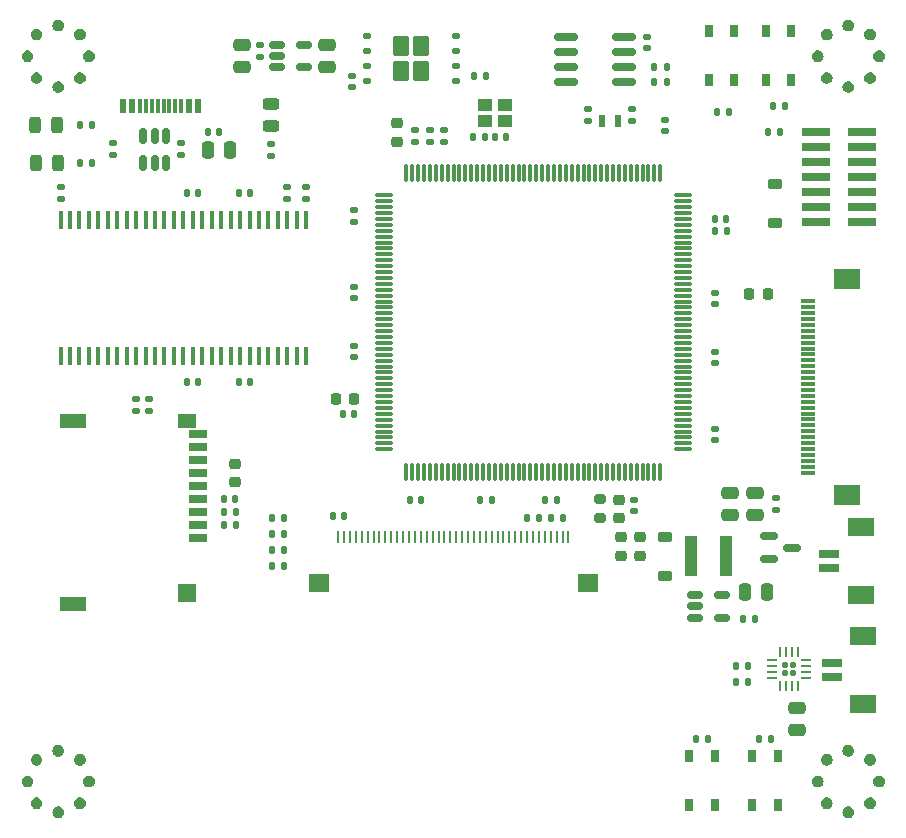
<source format=gbr>
%TF.GenerationSoftware,KiCad,Pcbnew,8.0.4*%
%TF.CreationDate,2025-01-12T23:29:22+07:00*%
%TF.ProjectId,lcd-square-4inch,6c63642d-7371-4756-9172-652d34696e63,rev?*%
%TF.SameCoordinates,Original*%
%TF.FileFunction,Paste,Top*%
%TF.FilePolarity,Positive*%
%FSLAX46Y46*%
G04 Gerber Fmt 4.6, Leading zero omitted, Abs format (unit mm)*
G04 Created by KiCad (PCBNEW 8.0.4) date 2025-01-12 23:29:22*
%MOMM*%
%LPD*%
G01*
G04 APERTURE LIST*
G04 Aperture macros list*
%AMRoundRect*
0 Rectangle with rounded corners*
0 $1 Rounding radius*
0 $2 $3 $4 $5 $6 $7 $8 $9 X,Y pos of 4 corners*
0 Add a 4 corners polygon primitive as box body*
4,1,4,$2,$3,$4,$5,$6,$7,$8,$9,$2,$3,0*
0 Add four circle primitives for the rounded corners*
1,1,$1+$1,$2,$3*
1,1,$1+$1,$4,$5*
1,1,$1+$1,$6,$7*
1,1,$1+$1,$8,$9*
0 Add four rect primitives between the rounded corners*
20,1,$1+$1,$2,$3,$4,$5,0*
20,1,$1+$1,$4,$5,$6,$7,0*
20,1,$1+$1,$6,$7,$8,$9,0*
20,1,$1+$1,$8,$9,$2,$3,0*%
G04 Aperture macros list end*
%ADD10C,0.000000*%
%ADD11RoundRect,0.150000X-0.587500X-0.150000X0.587500X-0.150000X0.587500X0.150000X-0.587500X0.150000X0*%
%ADD12RoundRect,0.225000X-0.250000X0.225000X-0.250000X-0.225000X0.250000X-0.225000X0.250000X0.225000X0*%
%ADD13RoundRect,0.140000X0.140000X0.170000X-0.140000X0.170000X-0.140000X-0.170000X0.140000X-0.170000X0*%
%ADD14RoundRect,0.140000X-0.140000X-0.170000X0.140000X-0.170000X0.140000X0.170000X-0.140000X0.170000X0*%
%ADD15RoundRect,0.150000X0.150000X-0.512500X0.150000X0.512500X-0.150000X0.512500X-0.150000X-0.512500X0*%
%ADD16RoundRect,0.140000X0.170000X-0.140000X0.170000X0.140000X-0.170000X0.140000X-0.170000X-0.140000X0*%
%ADD17RoundRect,0.135000X-0.185000X0.135000X-0.185000X-0.135000X0.185000X-0.135000X0.185000X0.135000X0*%
%ADD18R,0.650000X1.050000*%
%ADD19RoundRect,0.225000X0.250000X-0.225000X0.250000X0.225000X-0.250000X0.225000X-0.250000X-0.225000X0*%
%ADD20RoundRect,0.250000X-0.475000X0.250000X-0.475000X-0.250000X0.475000X-0.250000X0.475000X0.250000X0*%
%ADD21RoundRect,0.135000X0.185000X-0.135000X0.185000X0.135000X-0.185000X0.135000X-0.185000X-0.135000X0*%
%ADD22RoundRect,0.150000X-0.512500X-0.150000X0.512500X-0.150000X0.512500X0.150000X-0.512500X0.150000X0*%
%ADD23RoundRect,0.140000X-0.170000X0.140000X-0.170000X-0.140000X0.170000X-0.140000X0.170000X0.140000X0*%
%ADD24RoundRect,0.125000X-0.125000X-0.125000X0.125000X-0.125000X0.125000X0.125000X-0.125000X0.125000X0*%
%ADD25RoundRect,0.062500X-0.350000X-0.062500X0.350000X-0.062500X0.350000X0.062500X-0.350000X0.062500X0*%
%ADD26RoundRect,0.062500X-0.062500X-0.350000X0.062500X-0.350000X0.062500X0.350000X-0.062500X0.350000X0*%
%ADD27RoundRect,0.135000X-0.135000X-0.185000X0.135000X-0.185000X0.135000X0.185000X-0.135000X0.185000X0*%
%ADD28RoundRect,0.135000X0.135000X0.185000X-0.135000X0.185000X-0.135000X-0.185000X0.135000X-0.185000X0*%
%ADD29RoundRect,0.110000X0.440000X1.590000X-0.440000X1.590000X-0.440000X-1.590000X0.440000X-1.590000X0*%
%ADD30RoundRect,0.250000X0.475000X-0.250000X0.475000X0.250000X-0.475000X0.250000X-0.475000X-0.250000X0*%
%ADD31RoundRect,0.250000X-0.250000X-0.475000X0.250000X-0.475000X0.250000X0.475000X-0.250000X0.475000X0*%
%ADD32RoundRect,0.225000X-0.225000X-0.250000X0.225000X-0.250000X0.225000X0.250000X-0.225000X0.250000X0*%
%ADD33RoundRect,0.150000X-0.825000X-0.150000X0.825000X-0.150000X0.825000X0.150000X-0.825000X0.150000X0*%
%ADD34RoundRect,0.075000X-0.075000X0.675000X-0.075000X-0.675000X0.075000X-0.675000X0.075000X0.675000X0*%
%ADD35RoundRect,0.075000X-0.675000X0.075000X-0.675000X-0.075000X0.675000X-0.075000X0.675000X0.075000X0*%
%ADD36R,2.400000X0.740000*%
%ADD37RoundRect,0.225000X-0.375000X0.225000X-0.375000X-0.225000X0.375000X-0.225000X0.375000X0.225000X0*%
%ADD38RoundRect,0.243750X-0.243750X-0.456250X0.243750X-0.456250X0.243750X0.456250X-0.243750X0.456250X0*%
%ADD39RoundRect,0.200000X0.275000X-0.200000X0.275000X0.200000X-0.275000X0.200000X-0.275000X-0.200000X0*%
%ADD40R,0.600000X1.100000*%
%ADD41R,1.800000X0.700000*%
%ADD42R,2.200000X1.600000*%
%ADD43RoundRect,0.225000X0.225000X0.250000X-0.225000X0.250000X-0.225000X-0.250000X0.225000X-0.250000X0*%
%ADD44R,1.150000X1.000000*%
%ADD45R,1.300000X0.300000*%
%ADD46R,2.200000X1.800000*%
%ADD47RoundRect,0.243750X-0.456250X0.243750X-0.456250X-0.243750X0.456250X-0.243750X0.456250X0.243750X0*%
%ADD48R,1.600000X0.700000*%
%ADD49R,1.500000X1.200000*%
%ADD50R,2.200000X1.200000*%
%ADD51R,1.500000X1.600000*%
%ADD52R,0.250000X1.100000*%
%ADD53R,1.700000X1.500000*%
%ADD54R,0.600000X1.240000*%
%ADD55R,0.300000X1.240000*%
%ADD56RoundRect,0.250000X0.435000X0.615000X-0.435000X0.615000X-0.435000X-0.615000X0.435000X-0.615000X0*%
%ADD57RoundRect,0.125000X0.200000X0.125000X-0.200000X0.125000X-0.200000X-0.125000X0.200000X-0.125000X0*%
%ADD58R,0.458000X1.510000*%
G04 APERTURE END LIST*
D10*
%TO.C,H1*%
G36*
X108714908Y-61735184D02*
G01*
X108834630Y-61812125D01*
X108927827Y-61919680D01*
X108986946Y-62049134D01*
X109007200Y-62190000D01*
X108986946Y-62330866D01*
X108927827Y-62460320D01*
X108834630Y-62567875D01*
X108714908Y-62644816D01*
X108578357Y-62684911D01*
X108436043Y-62684911D01*
X108299492Y-62644816D01*
X108179770Y-62567875D01*
X108086573Y-62460320D01*
X108027454Y-62330866D01*
X108007200Y-62190000D01*
X108027454Y-62049134D01*
X108086573Y-61919680D01*
X108179770Y-61812125D01*
X108299492Y-61735184D01*
X108436043Y-61695089D01*
X108578357Y-61695089D01*
X108714908Y-61735184D01*
G37*
G36*
X109476430Y-59896706D02*
G01*
X109596152Y-59973647D01*
X109689349Y-60081202D01*
X109748468Y-60210656D01*
X109768722Y-60351522D01*
X109748468Y-60492388D01*
X109689349Y-60621842D01*
X109596152Y-60729397D01*
X109476430Y-60806338D01*
X109339879Y-60846433D01*
X109197565Y-60846433D01*
X109061014Y-60806338D01*
X108941292Y-60729397D01*
X108848095Y-60621842D01*
X108788976Y-60492388D01*
X108768722Y-60351522D01*
X108788976Y-60210656D01*
X108848095Y-60081202D01*
X108941292Y-59973647D01*
X109061014Y-59896706D01*
X109197565Y-59856611D01*
X109339879Y-59856611D01*
X109476430Y-59896706D01*
G37*
G36*
X109476430Y-63573662D02*
G01*
X109596152Y-63650603D01*
X109689349Y-63758158D01*
X109748468Y-63887612D01*
X109768722Y-64028478D01*
X109748468Y-64169344D01*
X109689349Y-64298798D01*
X109596152Y-64406353D01*
X109476430Y-64483294D01*
X109339879Y-64523389D01*
X109197565Y-64523389D01*
X109061014Y-64483294D01*
X108941292Y-64406353D01*
X108848095Y-64298798D01*
X108788976Y-64169344D01*
X108768722Y-64028478D01*
X108788976Y-63887612D01*
X108848095Y-63758158D01*
X108941292Y-63650603D01*
X109061014Y-63573662D01*
X109197565Y-63533567D01*
X109339879Y-63533567D01*
X109476430Y-63573662D01*
G37*
G36*
X111314908Y-59135184D02*
G01*
X111434630Y-59212125D01*
X111527827Y-59319680D01*
X111586946Y-59449134D01*
X111607200Y-59590000D01*
X111586946Y-59730866D01*
X111527827Y-59860320D01*
X111434630Y-59967875D01*
X111314908Y-60044816D01*
X111178357Y-60084911D01*
X111036043Y-60084911D01*
X110899492Y-60044816D01*
X110779770Y-59967875D01*
X110686573Y-59860320D01*
X110627454Y-59730866D01*
X110607200Y-59590000D01*
X110627454Y-59449134D01*
X110686573Y-59319680D01*
X110779770Y-59212125D01*
X110899492Y-59135184D01*
X111036043Y-59095089D01*
X111178357Y-59095089D01*
X111314908Y-59135184D01*
G37*
G36*
X111314908Y-64335184D02*
G01*
X111434630Y-64412125D01*
X111527827Y-64519680D01*
X111586946Y-64649134D01*
X111607200Y-64790000D01*
X111586946Y-64930866D01*
X111527827Y-65060320D01*
X111434630Y-65167875D01*
X111314908Y-65244816D01*
X111178357Y-65284911D01*
X111036043Y-65284911D01*
X110899492Y-65244816D01*
X110779770Y-65167875D01*
X110686573Y-65060320D01*
X110627454Y-64930866D01*
X110607200Y-64790000D01*
X110627454Y-64649134D01*
X110686573Y-64519680D01*
X110779770Y-64412125D01*
X110899492Y-64335184D01*
X111036043Y-64295089D01*
X111178357Y-64295089D01*
X111314908Y-64335184D01*
G37*
G36*
X113153386Y-59896706D02*
G01*
X113273108Y-59973647D01*
X113366305Y-60081202D01*
X113425424Y-60210656D01*
X113445678Y-60351522D01*
X113425424Y-60492388D01*
X113366305Y-60621842D01*
X113273108Y-60729397D01*
X113153386Y-60806338D01*
X113016835Y-60846433D01*
X112874521Y-60846433D01*
X112737970Y-60806338D01*
X112618248Y-60729397D01*
X112525051Y-60621842D01*
X112465932Y-60492388D01*
X112445678Y-60351522D01*
X112465932Y-60210656D01*
X112525051Y-60081202D01*
X112618248Y-59973647D01*
X112737970Y-59896706D01*
X112874521Y-59856611D01*
X113016835Y-59856611D01*
X113153386Y-59896706D01*
G37*
G36*
X113153386Y-63573662D02*
G01*
X113273108Y-63650603D01*
X113366305Y-63758158D01*
X113425424Y-63887612D01*
X113445678Y-64028478D01*
X113425424Y-64169344D01*
X113366305Y-64298798D01*
X113273108Y-64406353D01*
X113153386Y-64483294D01*
X113016835Y-64523389D01*
X112874521Y-64523389D01*
X112737970Y-64483294D01*
X112618248Y-64406353D01*
X112525051Y-64298798D01*
X112465932Y-64169344D01*
X112445678Y-64028478D01*
X112465932Y-63887612D01*
X112525051Y-63758158D01*
X112618248Y-63650603D01*
X112737970Y-63573662D01*
X112874521Y-63533567D01*
X113016835Y-63533567D01*
X113153386Y-63573662D01*
G37*
G36*
X113914908Y-61735184D02*
G01*
X114034630Y-61812125D01*
X114127827Y-61919680D01*
X114186946Y-62049134D01*
X114207200Y-62190000D01*
X114186946Y-62330866D01*
X114127827Y-62460320D01*
X114034630Y-62567875D01*
X113914908Y-62644816D01*
X113778357Y-62684911D01*
X113636043Y-62684911D01*
X113499492Y-62644816D01*
X113379770Y-62567875D01*
X113286573Y-62460320D01*
X113227454Y-62330866D01*
X113207200Y-62190000D01*
X113227454Y-62049134D01*
X113286573Y-61919680D01*
X113379770Y-61812125D01*
X113499492Y-61735184D01*
X113636043Y-61695089D01*
X113778357Y-61695089D01*
X113914908Y-61735184D01*
G37*
%TO.C,H4*%
G36*
X108714908Y-123135184D02*
G01*
X108834630Y-123212125D01*
X108927827Y-123319680D01*
X108986946Y-123449134D01*
X109007200Y-123590000D01*
X108986946Y-123730866D01*
X108927827Y-123860320D01*
X108834630Y-123967875D01*
X108714908Y-124044816D01*
X108578357Y-124084911D01*
X108436043Y-124084911D01*
X108299492Y-124044816D01*
X108179770Y-123967875D01*
X108086573Y-123860320D01*
X108027454Y-123730866D01*
X108007200Y-123590000D01*
X108027454Y-123449134D01*
X108086573Y-123319680D01*
X108179770Y-123212125D01*
X108299492Y-123135184D01*
X108436043Y-123095089D01*
X108578357Y-123095089D01*
X108714908Y-123135184D01*
G37*
G36*
X109476430Y-121296706D02*
G01*
X109596152Y-121373647D01*
X109689349Y-121481202D01*
X109748468Y-121610656D01*
X109768722Y-121751522D01*
X109748468Y-121892388D01*
X109689349Y-122021842D01*
X109596152Y-122129397D01*
X109476430Y-122206338D01*
X109339879Y-122246433D01*
X109197565Y-122246433D01*
X109061014Y-122206338D01*
X108941292Y-122129397D01*
X108848095Y-122021842D01*
X108788976Y-121892388D01*
X108768722Y-121751522D01*
X108788976Y-121610656D01*
X108848095Y-121481202D01*
X108941292Y-121373647D01*
X109061014Y-121296706D01*
X109197565Y-121256611D01*
X109339879Y-121256611D01*
X109476430Y-121296706D01*
G37*
G36*
X109476430Y-124973662D02*
G01*
X109596152Y-125050603D01*
X109689349Y-125158158D01*
X109748468Y-125287612D01*
X109768722Y-125428478D01*
X109748468Y-125569344D01*
X109689349Y-125698798D01*
X109596152Y-125806353D01*
X109476430Y-125883294D01*
X109339879Y-125923389D01*
X109197565Y-125923389D01*
X109061014Y-125883294D01*
X108941292Y-125806353D01*
X108848095Y-125698798D01*
X108788976Y-125569344D01*
X108768722Y-125428478D01*
X108788976Y-125287612D01*
X108848095Y-125158158D01*
X108941292Y-125050603D01*
X109061014Y-124973662D01*
X109197565Y-124933567D01*
X109339879Y-124933567D01*
X109476430Y-124973662D01*
G37*
G36*
X111314908Y-120535184D02*
G01*
X111434630Y-120612125D01*
X111527827Y-120719680D01*
X111586946Y-120849134D01*
X111607200Y-120990000D01*
X111586946Y-121130866D01*
X111527827Y-121260320D01*
X111434630Y-121367875D01*
X111314908Y-121444816D01*
X111178357Y-121484911D01*
X111036043Y-121484911D01*
X110899492Y-121444816D01*
X110779770Y-121367875D01*
X110686573Y-121260320D01*
X110627454Y-121130866D01*
X110607200Y-120990000D01*
X110627454Y-120849134D01*
X110686573Y-120719680D01*
X110779770Y-120612125D01*
X110899492Y-120535184D01*
X111036043Y-120495089D01*
X111178357Y-120495089D01*
X111314908Y-120535184D01*
G37*
G36*
X111314908Y-125735184D02*
G01*
X111434630Y-125812125D01*
X111527827Y-125919680D01*
X111586946Y-126049134D01*
X111607200Y-126190000D01*
X111586946Y-126330866D01*
X111527827Y-126460320D01*
X111434630Y-126567875D01*
X111314908Y-126644816D01*
X111178357Y-126684911D01*
X111036043Y-126684911D01*
X110899492Y-126644816D01*
X110779770Y-126567875D01*
X110686573Y-126460320D01*
X110627454Y-126330866D01*
X110607200Y-126190000D01*
X110627454Y-126049134D01*
X110686573Y-125919680D01*
X110779770Y-125812125D01*
X110899492Y-125735184D01*
X111036043Y-125695089D01*
X111178357Y-125695089D01*
X111314908Y-125735184D01*
G37*
G36*
X113153386Y-121296706D02*
G01*
X113273108Y-121373647D01*
X113366305Y-121481202D01*
X113425424Y-121610656D01*
X113445678Y-121751522D01*
X113425424Y-121892388D01*
X113366305Y-122021842D01*
X113273108Y-122129397D01*
X113153386Y-122206338D01*
X113016835Y-122246433D01*
X112874521Y-122246433D01*
X112737970Y-122206338D01*
X112618248Y-122129397D01*
X112525051Y-122021842D01*
X112465932Y-121892388D01*
X112445678Y-121751522D01*
X112465932Y-121610656D01*
X112525051Y-121481202D01*
X112618248Y-121373647D01*
X112737970Y-121296706D01*
X112874521Y-121256611D01*
X113016835Y-121256611D01*
X113153386Y-121296706D01*
G37*
G36*
X113153386Y-124973662D02*
G01*
X113273108Y-125050603D01*
X113366305Y-125158158D01*
X113425424Y-125287612D01*
X113445678Y-125428478D01*
X113425424Y-125569344D01*
X113366305Y-125698798D01*
X113273108Y-125806353D01*
X113153386Y-125883294D01*
X113016835Y-125923389D01*
X112874521Y-125923389D01*
X112737970Y-125883294D01*
X112618248Y-125806353D01*
X112525051Y-125698798D01*
X112465932Y-125569344D01*
X112445678Y-125428478D01*
X112465932Y-125287612D01*
X112525051Y-125158158D01*
X112618248Y-125050603D01*
X112737970Y-124973662D01*
X112874521Y-124933567D01*
X113016835Y-124933567D01*
X113153386Y-124973662D01*
G37*
G36*
X113914908Y-123135184D02*
G01*
X114034630Y-123212125D01*
X114127827Y-123319680D01*
X114186946Y-123449134D01*
X114207200Y-123590000D01*
X114186946Y-123730866D01*
X114127827Y-123860320D01*
X114034630Y-123967875D01*
X113914908Y-124044816D01*
X113778357Y-124084911D01*
X113636043Y-124084911D01*
X113499492Y-124044816D01*
X113379770Y-123967875D01*
X113286573Y-123860320D01*
X113227454Y-123730866D01*
X113207200Y-123590000D01*
X113227454Y-123449134D01*
X113286573Y-123319680D01*
X113379770Y-123212125D01*
X113499492Y-123135184D01*
X113636043Y-123095089D01*
X113778357Y-123095089D01*
X113914908Y-123135184D01*
G37*
%TO.C,H2*%
G36*
X175614908Y-61735184D02*
G01*
X175734630Y-61812125D01*
X175827827Y-61919680D01*
X175886946Y-62049134D01*
X175907200Y-62190000D01*
X175886946Y-62330866D01*
X175827827Y-62460320D01*
X175734630Y-62567875D01*
X175614908Y-62644816D01*
X175478357Y-62684911D01*
X175336043Y-62684911D01*
X175199492Y-62644816D01*
X175079770Y-62567875D01*
X174986573Y-62460320D01*
X174927454Y-62330866D01*
X174907200Y-62190000D01*
X174927454Y-62049134D01*
X174986573Y-61919680D01*
X175079770Y-61812125D01*
X175199492Y-61735184D01*
X175336043Y-61695089D01*
X175478357Y-61695089D01*
X175614908Y-61735184D01*
G37*
G36*
X176376430Y-59896706D02*
G01*
X176496152Y-59973647D01*
X176589349Y-60081202D01*
X176648468Y-60210656D01*
X176668722Y-60351522D01*
X176648468Y-60492388D01*
X176589349Y-60621842D01*
X176496152Y-60729397D01*
X176376430Y-60806338D01*
X176239879Y-60846433D01*
X176097565Y-60846433D01*
X175961014Y-60806338D01*
X175841292Y-60729397D01*
X175748095Y-60621842D01*
X175688976Y-60492388D01*
X175668722Y-60351522D01*
X175688976Y-60210656D01*
X175748095Y-60081202D01*
X175841292Y-59973647D01*
X175961014Y-59896706D01*
X176097565Y-59856611D01*
X176239879Y-59856611D01*
X176376430Y-59896706D01*
G37*
G36*
X176376430Y-63573662D02*
G01*
X176496152Y-63650603D01*
X176589349Y-63758158D01*
X176648468Y-63887612D01*
X176668722Y-64028478D01*
X176648468Y-64169344D01*
X176589349Y-64298798D01*
X176496152Y-64406353D01*
X176376430Y-64483294D01*
X176239879Y-64523389D01*
X176097565Y-64523389D01*
X175961014Y-64483294D01*
X175841292Y-64406353D01*
X175748095Y-64298798D01*
X175688976Y-64169344D01*
X175668722Y-64028478D01*
X175688976Y-63887612D01*
X175748095Y-63758158D01*
X175841292Y-63650603D01*
X175961014Y-63573662D01*
X176097565Y-63533567D01*
X176239879Y-63533567D01*
X176376430Y-63573662D01*
G37*
G36*
X178214908Y-59135184D02*
G01*
X178334630Y-59212125D01*
X178427827Y-59319680D01*
X178486946Y-59449134D01*
X178507200Y-59590000D01*
X178486946Y-59730866D01*
X178427827Y-59860320D01*
X178334630Y-59967875D01*
X178214908Y-60044816D01*
X178078357Y-60084911D01*
X177936043Y-60084911D01*
X177799492Y-60044816D01*
X177679770Y-59967875D01*
X177586573Y-59860320D01*
X177527454Y-59730866D01*
X177507200Y-59590000D01*
X177527454Y-59449134D01*
X177586573Y-59319680D01*
X177679770Y-59212125D01*
X177799492Y-59135184D01*
X177936043Y-59095089D01*
X178078357Y-59095089D01*
X178214908Y-59135184D01*
G37*
G36*
X178214908Y-64335184D02*
G01*
X178334630Y-64412125D01*
X178427827Y-64519680D01*
X178486946Y-64649134D01*
X178507200Y-64790000D01*
X178486946Y-64930866D01*
X178427827Y-65060320D01*
X178334630Y-65167875D01*
X178214908Y-65244816D01*
X178078357Y-65284911D01*
X177936043Y-65284911D01*
X177799492Y-65244816D01*
X177679770Y-65167875D01*
X177586573Y-65060320D01*
X177527454Y-64930866D01*
X177507200Y-64790000D01*
X177527454Y-64649134D01*
X177586573Y-64519680D01*
X177679770Y-64412125D01*
X177799492Y-64335184D01*
X177936043Y-64295089D01*
X178078357Y-64295089D01*
X178214908Y-64335184D01*
G37*
G36*
X180053386Y-59896706D02*
G01*
X180173108Y-59973647D01*
X180266305Y-60081202D01*
X180325424Y-60210656D01*
X180345678Y-60351522D01*
X180325424Y-60492388D01*
X180266305Y-60621842D01*
X180173108Y-60729397D01*
X180053386Y-60806338D01*
X179916835Y-60846433D01*
X179774521Y-60846433D01*
X179637970Y-60806338D01*
X179518248Y-60729397D01*
X179425051Y-60621842D01*
X179365932Y-60492388D01*
X179345678Y-60351522D01*
X179365932Y-60210656D01*
X179425051Y-60081202D01*
X179518248Y-59973647D01*
X179637970Y-59896706D01*
X179774521Y-59856611D01*
X179916835Y-59856611D01*
X180053386Y-59896706D01*
G37*
G36*
X180053386Y-63573662D02*
G01*
X180173108Y-63650603D01*
X180266305Y-63758158D01*
X180325424Y-63887612D01*
X180345678Y-64028478D01*
X180325424Y-64169344D01*
X180266305Y-64298798D01*
X180173108Y-64406353D01*
X180053386Y-64483294D01*
X179916835Y-64523389D01*
X179774521Y-64523389D01*
X179637970Y-64483294D01*
X179518248Y-64406353D01*
X179425051Y-64298798D01*
X179365932Y-64169344D01*
X179345678Y-64028478D01*
X179365932Y-63887612D01*
X179425051Y-63758158D01*
X179518248Y-63650603D01*
X179637970Y-63573662D01*
X179774521Y-63533567D01*
X179916835Y-63533567D01*
X180053386Y-63573662D01*
G37*
G36*
X180814908Y-61735184D02*
G01*
X180934630Y-61812125D01*
X181027827Y-61919680D01*
X181086946Y-62049134D01*
X181107200Y-62190000D01*
X181086946Y-62330866D01*
X181027827Y-62460320D01*
X180934630Y-62567875D01*
X180814908Y-62644816D01*
X180678357Y-62684911D01*
X180536043Y-62684911D01*
X180399492Y-62644816D01*
X180279770Y-62567875D01*
X180186573Y-62460320D01*
X180127454Y-62330866D01*
X180107200Y-62190000D01*
X180127454Y-62049134D01*
X180186573Y-61919680D01*
X180279770Y-61812125D01*
X180399492Y-61735184D01*
X180536043Y-61695089D01*
X180678357Y-61695089D01*
X180814908Y-61735184D01*
G37*
%TO.C,H3*%
G36*
X175614908Y-123135184D02*
G01*
X175734630Y-123212125D01*
X175827827Y-123319680D01*
X175886946Y-123449134D01*
X175907200Y-123590000D01*
X175886946Y-123730866D01*
X175827827Y-123860320D01*
X175734630Y-123967875D01*
X175614908Y-124044816D01*
X175478357Y-124084911D01*
X175336043Y-124084911D01*
X175199492Y-124044816D01*
X175079770Y-123967875D01*
X174986573Y-123860320D01*
X174927454Y-123730866D01*
X174907200Y-123590000D01*
X174927454Y-123449134D01*
X174986573Y-123319680D01*
X175079770Y-123212125D01*
X175199492Y-123135184D01*
X175336043Y-123095089D01*
X175478357Y-123095089D01*
X175614908Y-123135184D01*
G37*
G36*
X176376430Y-121296706D02*
G01*
X176496152Y-121373647D01*
X176589349Y-121481202D01*
X176648468Y-121610656D01*
X176668722Y-121751522D01*
X176648468Y-121892388D01*
X176589349Y-122021842D01*
X176496152Y-122129397D01*
X176376430Y-122206338D01*
X176239879Y-122246433D01*
X176097565Y-122246433D01*
X175961014Y-122206338D01*
X175841292Y-122129397D01*
X175748095Y-122021842D01*
X175688976Y-121892388D01*
X175668722Y-121751522D01*
X175688976Y-121610656D01*
X175748095Y-121481202D01*
X175841292Y-121373647D01*
X175961014Y-121296706D01*
X176097565Y-121256611D01*
X176239879Y-121256611D01*
X176376430Y-121296706D01*
G37*
G36*
X176376430Y-124973662D02*
G01*
X176496152Y-125050603D01*
X176589349Y-125158158D01*
X176648468Y-125287612D01*
X176668722Y-125428478D01*
X176648468Y-125569344D01*
X176589349Y-125698798D01*
X176496152Y-125806353D01*
X176376430Y-125883294D01*
X176239879Y-125923389D01*
X176097565Y-125923389D01*
X175961014Y-125883294D01*
X175841292Y-125806353D01*
X175748095Y-125698798D01*
X175688976Y-125569344D01*
X175668722Y-125428478D01*
X175688976Y-125287612D01*
X175748095Y-125158158D01*
X175841292Y-125050603D01*
X175961014Y-124973662D01*
X176097565Y-124933567D01*
X176239879Y-124933567D01*
X176376430Y-124973662D01*
G37*
G36*
X178214908Y-120535184D02*
G01*
X178334630Y-120612125D01*
X178427827Y-120719680D01*
X178486946Y-120849134D01*
X178507200Y-120990000D01*
X178486946Y-121130866D01*
X178427827Y-121260320D01*
X178334630Y-121367875D01*
X178214908Y-121444816D01*
X178078357Y-121484911D01*
X177936043Y-121484911D01*
X177799492Y-121444816D01*
X177679770Y-121367875D01*
X177586573Y-121260320D01*
X177527454Y-121130866D01*
X177507200Y-120990000D01*
X177527454Y-120849134D01*
X177586573Y-120719680D01*
X177679770Y-120612125D01*
X177799492Y-120535184D01*
X177936043Y-120495089D01*
X178078357Y-120495089D01*
X178214908Y-120535184D01*
G37*
G36*
X178214908Y-125735184D02*
G01*
X178334630Y-125812125D01*
X178427827Y-125919680D01*
X178486946Y-126049134D01*
X178507200Y-126190000D01*
X178486946Y-126330866D01*
X178427827Y-126460320D01*
X178334630Y-126567875D01*
X178214908Y-126644816D01*
X178078357Y-126684911D01*
X177936043Y-126684911D01*
X177799492Y-126644816D01*
X177679770Y-126567875D01*
X177586573Y-126460320D01*
X177527454Y-126330866D01*
X177507200Y-126190000D01*
X177527454Y-126049134D01*
X177586573Y-125919680D01*
X177679770Y-125812125D01*
X177799492Y-125735184D01*
X177936043Y-125695089D01*
X178078357Y-125695089D01*
X178214908Y-125735184D01*
G37*
G36*
X180053386Y-121296706D02*
G01*
X180173108Y-121373647D01*
X180266305Y-121481202D01*
X180325424Y-121610656D01*
X180345678Y-121751522D01*
X180325424Y-121892388D01*
X180266305Y-122021842D01*
X180173108Y-122129397D01*
X180053386Y-122206338D01*
X179916835Y-122246433D01*
X179774521Y-122246433D01*
X179637970Y-122206338D01*
X179518248Y-122129397D01*
X179425051Y-122021842D01*
X179365932Y-121892388D01*
X179345678Y-121751522D01*
X179365932Y-121610656D01*
X179425051Y-121481202D01*
X179518248Y-121373647D01*
X179637970Y-121296706D01*
X179774521Y-121256611D01*
X179916835Y-121256611D01*
X180053386Y-121296706D01*
G37*
G36*
X180053386Y-124973662D02*
G01*
X180173108Y-125050603D01*
X180266305Y-125158158D01*
X180325424Y-125287612D01*
X180345678Y-125428478D01*
X180325424Y-125569344D01*
X180266305Y-125698798D01*
X180173108Y-125806353D01*
X180053386Y-125883294D01*
X179916835Y-125923389D01*
X179774521Y-125923389D01*
X179637970Y-125883294D01*
X179518248Y-125806353D01*
X179425051Y-125698798D01*
X179365932Y-125569344D01*
X179345678Y-125428478D01*
X179365932Y-125287612D01*
X179425051Y-125158158D01*
X179518248Y-125050603D01*
X179637970Y-124973662D01*
X179774521Y-124933567D01*
X179916835Y-124933567D01*
X180053386Y-124973662D01*
G37*
G36*
X180814908Y-123135184D02*
G01*
X180934630Y-123212125D01*
X181027827Y-123319680D01*
X181086946Y-123449134D01*
X181107200Y-123590000D01*
X181086946Y-123730866D01*
X181027827Y-123860320D01*
X180934630Y-123967875D01*
X180814908Y-124044816D01*
X180678357Y-124084911D01*
X180536043Y-124084911D01*
X180399492Y-124044816D01*
X180279770Y-123967875D01*
X180186573Y-123860320D01*
X180127454Y-123730866D01*
X180107200Y-123590000D01*
X180127454Y-123449134D01*
X180186573Y-123319680D01*
X180279770Y-123212125D01*
X180399492Y-123135184D01*
X180536043Y-123095089D01*
X180678357Y-123095089D01*
X180814908Y-123135184D01*
G37*
%TD*%
D11*
%TO.C,D6*%
X171325300Y-102834400D03*
X171325300Y-104734400D03*
X173200300Y-103784400D03*
%TD*%
D12*
%TO.C,C8*%
X160350200Y-102920800D03*
X160350200Y-104470800D03*
%TD*%
D13*
%TO.C,C15*%
X153313200Y-99771200D03*
X152353200Y-99771200D03*
%TD*%
D12*
%TO.C,C7*%
X158724600Y-102920800D03*
X158724600Y-104470800D03*
%TD*%
D14*
%TO.C,C33*%
X148083200Y-69037200D03*
X149043200Y-69037200D03*
%TD*%
D15*
%TO.C,U4*%
X118323000Y-71185200D03*
X119273000Y-71185200D03*
X120223000Y-71185200D03*
X120223000Y-68910200D03*
X119273000Y-68910200D03*
X118323000Y-68910200D03*
%TD*%
D14*
%TO.C,C40*%
X170462000Y-120015000D03*
X171422000Y-120015000D03*
%TD*%
D16*
%TO.C,C35*%
X159689800Y-67655200D03*
X159689800Y-66695200D03*
%TD*%
D17*
%TO.C,R3*%
X117652800Y-91209400D03*
X117652800Y-92229400D03*
%TD*%
D14*
%TO.C,C21*%
X166674800Y-75959000D03*
X167634800Y-75959000D03*
%TD*%
D18*
%TO.C,SW4*%
X173160000Y-60053400D03*
X173160000Y-64203400D03*
X171010000Y-60053400D03*
X171010000Y-64203400D03*
%TD*%
D16*
%TO.C,C6*%
X171856400Y-100581400D03*
X171856400Y-99621400D03*
%TD*%
D19*
%TO.C,C2*%
X126111000Y-98260200D03*
X126111000Y-96710200D03*
%TD*%
D20*
%TO.C,C11*%
X126695200Y-61229200D03*
X126695200Y-63129200D03*
%TD*%
D21*
%TO.C,R18*%
X121488200Y-70557700D03*
X121488200Y-69537700D03*
%TD*%
D22*
%TO.C,U2*%
X165030700Y-107812800D03*
X165030700Y-108762800D03*
X165030700Y-109712800D03*
X167305700Y-109712800D03*
X167305700Y-107812800D03*
%TD*%
D23*
%TO.C,C22*%
X166674800Y-82229000D03*
X166674800Y-83189000D03*
%TD*%
%TO.C,C29*%
X166674800Y-93729000D03*
X166674800Y-94689000D03*
%TD*%
D22*
%TO.C,U3*%
X129647100Y-61229200D03*
X129647100Y-62179200D03*
X129647100Y-63129200D03*
X131922100Y-63129200D03*
X131922100Y-61229200D03*
%TD*%
D21*
%TO.C,R17*%
X129108200Y-70639400D03*
X129108200Y-69619400D03*
%TD*%
D24*
%TO.C,U1*%
X172661400Y-113756600D03*
X172661400Y-114376600D03*
X173281400Y-113756600D03*
X173281400Y-114376600D03*
D25*
X171533900Y-113316600D03*
X171533900Y-113816600D03*
X171533900Y-114316600D03*
X171533900Y-114816600D03*
D26*
X172221400Y-115504100D03*
X172721400Y-115504100D03*
X173221400Y-115504100D03*
X173721400Y-115504100D03*
D25*
X174408900Y-114816600D03*
X174408900Y-114316600D03*
X174408900Y-113816600D03*
X174408900Y-113316600D03*
D26*
X173721400Y-112629100D03*
X173221400Y-112629100D03*
X172721400Y-112629100D03*
X172221400Y-112629100D03*
%TD*%
D27*
%TO.C,R12*%
X129182400Y-102607533D03*
X130202400Y-102607533D03*
%TD*%
D13*
%TO.C,C10*%
X135305800Y-101142800D03*
X134345800Y-101142800D03*
%TD*%
%TO.C,C34*%
X147208200Y-69011800D03*
X146248200Y-69011800D03*
%TD*%
D23*
%TO.C,C50*%
X160985200Y-60559600D03*
X160985200Y-61519600D03*
%TD*%
D17*
%TO.C,R16*%
X128219200Y-61229200D03*
X128219200Y-62249200D03*
%TD*%
D13*
%TO.C,C48*%
X127385200Y-89789000D03*
X126425200Y-89789000D03*
%TD*%
D28*
%TO.C,R9*%
X113948400Y-67995600D03*
X112928400Y-67995600D03*
%TD*%
D16*
%TO.C,C32*%
X143789400Y-69418200D03*
X143789400Y-68458200D03*
%TD*%
D13*
%TO.C,C9*%
X153819800Y-101269800D03*
X152859800Y-101269800D03*
%TD*%
D27*
%TO.C,R15*%
X129182400Y-105333800D03*
X130202400Y-105333800D03*
%TD*%
D28*
%TO.C,R20*%
X167694800Y-76987400D03*
X166674800Y-76987400D03*
%TD*%
D27*
%TO.C,R11*%
X129182400Y-101244400D03*
X130202400Y-101244400D03*
%TD*%
D29*
%TO.C,L1*%
X167642800Y-104495600D03*
X164642800Y-104495600D03*
%TD*%
D30*
%TO.C,C5*%
X170063700Y-101051400D03*
X170063700Y-99151400D03*
%TD*%
D13*
%TO.C,C26*%
X136144000Y-92459000D03*
X135184000Y-92459000D03*
%TD*%
D16*
%TO.C,C19*%
X162458400Y-68552000D03*
X162458400Y-67592000D03*
%TD*%
%TO.C,C37*%
X142621000Y-69418200D03*
X142621000Y-68458200D03*
%TD*%
D28*
%TO.C,R27*%
X162612800Y-64369600D03*
X161592800Y-64369600D03*
%TD*%
D31*
%TO.C,C4*%
X169231400Y-107508800D03*
X171131400Y-107508800D03*
%TD*%
D32*
%TO.C,C16*%
X169633600Y-82296000D03*
X171183600Y-82296000D03*
%TD*%
D16*
%TO.C,C31*%
X136144000Y-76189000D03*
X136144000Y-75229000D03*
%TD*%
D18*
%TO.C,SW3*%
X168334000Y-60028000D03*
X168334000Y-64178000D03*
X166184000Y-60028000D03*
X166184000Y-64178000D03*
%TD*%
D13*
%TO.C,C49*%
X122985200Y-89789000D03*
X122025200Y-89789000D03*
%TD*%
D33*
%TO.C,U8*%
X154090600Y-60559600D03*
X154090600Y-61829600D03*
X154090600Y-63099600D03*
X154090600Y-64369600D03*
X159040600Y-64369600D03*
X159040600Y-63099600D03*
X159040600Y-61829600D03*
X159040600Y-60559600D03*
%TD*%
D27*
%TO.C,R21*%
X171625800Y-66421000D03*
X172645800Y-66421000D03*
%TD*%
D34*
%TO.C,U5*%
X162083200Y-72034000D03*
X161583200Y-72034000D03*
X161083200Y-72034000D03*
X160583200Y-72034000D03*
X160083200Y-72034000D03*
X159583200Y-72034000D03*
X159083200Y-72034000D03*
X158583200Y-72034000D03*
X158083200Y-72034000D03*
X157583200Y-72034000D03*
X157083200Y-72034000D03*
X156583200Y-72034000D03*
X156083200Y-72034000D03*
X155583200Y-72034000D03*
X155083200Y-72034000D03*
X154583200Y-72034000D03*
X154083200Y-72034000D03*
X153583200Y-72034000D03*
X153083200Y-72034000D03*
X152583200Y-72034000D03*
X152083200Y-72034000D03*
X151583200Y-72034000D03*
X151083200Y-72034000D03*
X150583200Y-72034000D03*
X150083200Y-72034000D03*
X149583200Y-72034000D03*
X149083200Y-72034000D03*
X148583200Y-72034000D03*
X148083200Y-72034000D03*
X147583200Y-72034000D03*
X147083200Y-72034000D03*
X146583200Y-72034000D03*
X146083200Y-72034000D03*
X145583200Y-72034000D03*
X145083200Y-72034000D03*
X144583200Y-72034000D03*
X144083200Y-72034000D03*
X143583200Y-72034000D03*
X143083200Y-72034000D03*
X142583200Y-72034000D03*
X142083200Y-72034000D03*
X141583200Y-72034000D03*
X141083200Y-72034000D03*
X140583200Y-72034000D03*
D35*
X138658200Y-73959000D03*
X138658200Y-74459000D03*
X138658200Y-74959000D03*
X138658200Y-75459000D03*
X138658200Y-75959000D03*
X138658200Y-76459000D03*
X138658200Y-76959000D03*
X138658200Y-77459000D03*
X138658200Y-77959000D03*
X138658200Y-78459000D03*
X138658200Y-78959000D03*
X138658200Y-79459000D03*
X138658200Y-79959000D03*
X138658200Y-80459000D03*
X138658200Y-80959000D03*
X138658200Y-81459000D03*
X138658200Y-81959000D03*
X138658200Y-82459000D03*
X138658200Y-82959000D03*
X138658200Y-83459000D03*
X138658200Y-83959000D03*
X138658200Y-84459000D03*
X138658200Y-84959000D03*
X138658200Y-85459000D03*
X138658200Y-85959000D03*
X138658200Y-86459000D03*
X138658200Y-86959000D03*
X138658200Y-87459000D03*
X138658200Y-87959000D03*
X138658200Y-88459000D03*
X138658200Y-88959000D03*
X138658200Y-89459000D03*
X138658200Y-89959000D03*
X138658200Y-90459000D03*
X138658200Y-90959000D03*
X138658200Y-91459000D03*
X138658200Y-91959000D03*
X138658200Y-92459000D03*
X138658200Y-92959000D03*
X138658200Y-93459000D03*
X138658200Y-93959000D03*
X138658200Y-94459000D03*
X138658200Y-94959000D03*
X138658200Y-95459000D03*
D34*
X140583200Y-97384000D03*
X141083200Y-97384000D03*
X141583200Y-97384000D03*
X142083200Y-97384000D03*
X142583200Y-97384000D03*
X143083200Y-97384000D03*
X143583200Y-97384000D03*
X144083200Y-97384000D03*
X144583200Y-97384000D03*
X145083200Y-97384000D03*
X145583200Y-97384000D03*
X146083200Y-97384000D03*
X146583200Y-97384000D03*
X147083200Y-97384000D03*
X147583200Y-97384000D03*
X148083200Y-97384000D03*
X148583200Y-97384000D03*
X149083200Y-97384000D03*
X149583200Y-97384000D03*
X150083200Y-97384000D03*
X150583200Y-97384000D03*
X151083200Y-97384000D03*
X151583200Y-97384000D03*
X152083200Y-97384000D03*
X152583200Y-97384000D03*
X153083200Y-97384000D03*
X153583200Y-97384000D03*
X154083200Y-97384000D03*
X154583200Y-97384000D03*
X155083200Y-97384000D03*
X155583200Y-97384000D03*
X156083200Y-97384000D03*
X156583200Y-97384000D03*
X157083200Y-97384000D03*
X157583200Y-97384000D03*
X158083200Y-97384000D03*
X158583200Y-97384000D03*
X159083200Y-97384000D03*
X159583200Y-97384000D03*
X160083200Y-97384000D03*
X160583200Y-97384000D03*
X161083200Y-97384000D03*
X161583200Y-97384000D03*
X162083200Y-97384000D03*
D35*
X164008200Y-95459000D03*
X164008200Y-94959000D03*
X164008200Y-94459000D03*
X164008200Y-93959000D03*
X164008200Y-93459000D03*
X164008200Y-92959000D03*
X164008200Y-92459000D03*
X164008200Y-91959000D03*
X164008200Y-91459000D03*
X164008200Y-90959000D03*
X164008200Y-90459000D03*
X164008200Y-89959000D03*
X164008200Y-89459000D03*
X164008200Y-88959000D03*
X164008200Y-88459000D03*
X164008200Y-87959000D03*
X164008200Y-87459000D03*
X164008200Y-86959000D03*
X164008200Y-86459000D03*
X164008200Y-85959000D03*
X164008200Y-85459000D03*
X164008200Y-84959000D03*
X164008200Y-84459000D03*
X164008200Y-83959000D03*
X164008200Y-83459000D03*
X164008200Y-82959000D03*
X164008200Y-82459000D03*
X164008200Y-81959000D03*
X164008200Y-81459000D03*
X164008200Y-80959000D03*
X164008200Y-80459000D03*
X164008200Y-79959000D03*
X164008200Y-79459000D03*
X164008200Y-78959000D03*
X164008200Y-78459000D03*
X164008200Y-77959000D03*
X164008200Y-77459000D03*
X164008200Y-76959000D03*
X164008200Y-76459000D03*
X164008200Y-75959000D03*
X164008200Y-75459000D03*
X164008200Y-74959000D03*
X164008200Y-74459000D03*
X164008200Y-73959000D03*
%TD*%
D36*
%TO.C,J4*%
X179191200Y-76225400D03*
X175291200Y-76225400D03*
X179191200Y-74955400D03*
X175291200Y-74955400D03*
X179191200Y-73685400D03*
X175291200Y-73685400D03*
X179191200Y-72415400D03*
X175291200Y-72415400D03*
X179191200Y-71145400D03*
X175291200Y-71145400D03*
X179191200Y-69875400D03*
X175291200Y-69875400D03*
X179191200Y-68605400D03*
X175291200Y-68605400D03*
%TD*%
D23*
%TO.C,C23*%
X166674800Y-87229000D03*
X166674800Y-88189000D03*
%TD*%
D13*
%TO.C,C24*%
X147813200Y-99771200D03*
X146853200Y-99771200D03*
%TD*%
D27*
%TO.C,R7*%
X169111200Y-109829600D03*
X170131200Y-109829600D03*
%TD*%
D20*
%TO.C,C12*%
X133832600Y-61229200D03*
X133832600Y-63129200D03*
%TD*%
D37*
%TO.C,D1*%
X171754800Y-73000600D03*
X171754800Y-76300600D03*
%TD*%
D16*
%TO.C,C36*%
X155943300Y-67655200D03*
X155943300Y-66695200D03*
%TD*%
D12*
%TO.C,C18*%
X158583200Y-99771200D03*
X158583200Y-101321200D03*
%TD*%
D18*
%TO.C,SW2*%
X169867000Y-125544400D03*
X169867000Y-121394400D03*
X172017000Y-125544400D03*
X172017000Y-121394400D03*
%TD*%
D16*
%TO.C,C42*%
X135940800Y-64784600D03*
X135940800Y-63824600D03*
%TD*%
D14*
%TO.C,C3*%
X125145800Y-99687200D03*
X126105800Y-99687200D03*
%TD*%
D19*
%TO.C,C20*%
X139827000Y-69418200D03*
X139827000Y-67868200D03*
%TD*%
D28*
%TO.C,R22*%
X167923400Y-66929000D03*
X166903400Y-66929000D03*
%TD*%
%TO.C,R5*%
X126135800Y-100787200D03*
X125115800Y-100787200D03*
%TD*%
D21*
%TO.C,R19*%
X115773200Y-70557700D03*
X115773200Y-69537700D03*
%TD*%
D38*
%TO.C,D3*%
X109171500Y-67995600D03*
X111046500Y-67995600D03*
%TD*%
D20*
%TO.C,C1*%
X173677800Y-117371200D03*
X173677800Y-119271200D03*
%TD*%
D28*
%TO.C,R23*%
X147296600Y-63830200D03*
X146276600Y-63830200D03*
%TD*%
%TO.C,R28*%
X162612800Y-63099600D03*
X161592800Y-63099600D03*
%TD*%
D14*
%TO.C,C46*%
X122025200Y-73764200D03*
X122985200Y-73764200D03*
%TD*%
D13*
%TO.C,C30*%
X141813200Y-99771200D03*
X140853200Y-99771200D03*
%TD*%
D17*
%TO.C,R1*%
X118795800Y-91209400D03*
X118795800Y-92229400D03*
%TD*%
D14*
%TO.C,C14*%
X123748800Y-68605400D03*
X124708800Y-68605400D03*
%TD*%
D20*
%TO.C,FB1*%
X168021000Y-99151400D03*
X168021000Y-101051400D03*
%TD*%
D38*
%TO.C,D2*%
X109196900Y-71247000D03*
X111071900Y-71247000D03*
%TD*%
D39*
%TO.C,R10*%
X156997400Y-101295200D03*
X156997400Y-99645200D03*
%TD*%
D27*
%TO.C,R2*%
X168463300Y-115154800D03*
X169483300Y-115154800D03*
%TD*%
D14*
%TO.C,C39*%
X165128000Y-120015000D03*
X166088000Y-120015000D03*
%TD*%
D16*
%TO.C,C27*%
X136144000Y-82689000D03*
X136144000Y-81729000D03*
%TD*%
D40*
%TO.C,Y2*%
X157133200Y-67655200D03*
X158533200Y-67655200D03*
%TD*%
D27*
%TO.C,R14*%
X150787200Y-101269800D03*
X151807200Y-101269800D03*
%TD*%
%TO.C,R13*%
X129182400Y-103970666D03*
X130202400Y-103970666D03*
%TD*%
D31*
%TO.C,C13*%
X123748800Y-70104000D03*
X125648800Y-70104000D03*
%TD*%
D41*
%TO.C,J1*%
X176405600Y-105552400D03*
X176405600Y-104302400D03*
D42*
X179105600Y-107802400D03*
X179105600Y-102052400D03*
%TD*%
D43*
%TO.C,C17*%
X136144000Y-91186000D03*
X134594000Y-91186000D03*
%TD*%
D23*
%TO.C,C25*%
X159833200Y-99771200D03*
X159833200Y-100731200D03*
%TD*%
D28*
%TO.C,R8*%
X113973800Y-71247000D03*
X112953800Y-71247000D03*
%TD*%
D16*
%TO.C,C38*%
X141325600Y-69418200D03*
X141325600Y-68458200D03*
%TD*%
D44*
%TO.C,Y1*%
X147208200Y-67705200D03*
X148958200Y-67705200D03*
X148958200Y-66305200D03*
X147208200Y-66305200D03*
%TD*%
D45*
%TO.C,J3*%
X174625000Y-97437200D03*
X174625000Y-96937200D03*
X174625000Y-96437200D03*
X174625000Y-95937200D03*
X174625000Y-95437200D03*
X174625000Y-94937200D03*
X174625000Y-94437200D03*
X174625000Y-93937200D03*
X174625000Y-93437200D03*
X174625000Y-92937200D03*
X174625000Y-92437200D03*
X174625000Y-91937200D03*
X174625000Y-91437200D03*
X174625000Y-90937200D03*
X174625000Y-90437200D03*
X174625000Y-89937200D03*
X174625000Y-89437200D03*
X174625000Y-88937200D03*
X174625000Y-88437200D03*
X174625000Y-87937200D03*
X174625000Y-87437200D03*
X174625000Y-86937200D03*
X174625000Y-86437200D03*
X174625000Y-85937200D03*
X174625000Y-85437200D03*
X174625000Y-84937200D03*
X174625000Y-84437200D03*
X174625000Y-83937200D03*
X174625000Y-83437200D03*
X174625000Y-82937200D03*
D46*
X177875000Y-99337200D03*
X177875000Y-81037200D03*
%TD*%
D16*
%TO.C,C28*%
X136144000Y-87689000D03*
X136144000Y-86729000D03*
%TD*%
%TO.C,C47*%
X111305200Y-74244200D03*
X111305200Y-73284200D03*
%TD*%
D47*
%TO.C,D5*%
X129133600Y-66220100D03*
X129133600Y-68095100D03*
%TD*%
D48*
%TO.C,J2*%
X122979000Y-102987200D03*
X122979000Y-101887200D03*
X122979000Y-100787200D03*
X122979000Y-99687200D03*
X122979000Y-98587200D03*
X122979000Y-97487200D03*
X122979000Y-96387200D03*
X122979000Y-95287200D03*
X122979000Y-94187200D03*
D49*
X121979000Y-93037200D03*
D50*
X112379000Y-93037200D03*
D51*
X121979000Y-107637200D03*
D50*
X112379000Y-108537200D03*
%TD*%
D18*
%TO.C,SW1*%
X164533000Y-125544400D03*
X164533000Y-121394400D03*
X166683000Y-125544400D03*
X166683000Y-121394400D03*
%TD*%
D16*
%TO.C,C43*%
X132105200Y-74244200D03*
X132105200Y-73284200D03*
%TD*%
D14*
%TO.C,C41*%
X171221400Y-68630800D03*
X172181400Y-68630800D03*
%TD*%
D37*
%TO.C,D4*%
X162509200Y-102921800D03*
X162509200Y-106221800D03*
%TD*%
D52*
%TO.C,J5*%
X134807200Y-102925400D03*
X135307200Y-102925400D03*
X135807200Y-102925400D03*
X136307200Y-102925400D03*
X136807200Y-102925400D03*
X137307200Y-102925400D03*
X137807200Y-102925400D03*
X138307200Y-102925400D03*
X138807200Y-102925400D03*
X139307200Y-102925400D03*
X139807200Y-102925400D03*
X140307200Y-102925400D03*
X140807200Y-102925400D03*
X141307200Y-102925400D03*
X141807200Y-102925400D03*
X142307200Y-102925400D03*
X142807200Y-102925400D03*
X143307200Y-102925400D03*
X143807200Y-102925400D03*
X144307200Y-102925400D03*
X144807200Y-102925400D03*
X145307200Y-102925400D03*
X145807200Y-102925400D03*
X146307200Y-102925400D03*
X146807200Y-102925400D03*
X147307200Y-102925400D03*
X147807200Y-102925400D03*
X148307200Y-102925400D03*
X148807200Y-102925400D03*
X149307200Y-102925400D03*
X149807200Y-102925400D03*
X150307200Y-102925400D03*
X150807200Y-102925400D03*
X151307200Y-102925400D03*
X151807200Y-102925400D03*
X152307200Y-102925400D03*
X152807200Y-102925400D03*
X153307200Y-102925400D03*
X153807200Y-102925400D03*
X154307200Y-102925400D03*
D53*
X133157200Y-106825400D03*
X155957200Y-106825400D03*
%TD*%
D28*
%TO.C,R4*%
X169483300Y-113808600D03*
X168463300Y-113808600D03*
%TD*%
D54*
%TO.C,J6*%
X122973000Y-66421000D03*
X122173000Y-66421000D03*
D55*
X121023000Y-66421000D03*
X120023000Y-66421000D03*
X119523000Y-66421000D03*
X118523000Y-66421000D03*
D54*
X117373000Y-66421000D03*
X116573000Y-66421000D03*
X116573000Y-66421000D03*
X117373000Y-66421000D03*
D55*
X118023000Y-66421000D03*
X119023000Y-66421000D03*
X120523000Y-66421000D03*
X121523000Y-66421000D03*
D54*
X122173000Y-66421000D03*
X122973000Y-66421000D03*
%TD*%
D56*
%TO.C,U6*%
X141859000Y-63474600D03*
X141859000Y-61324600D03*
X140159000Y-63474600D03*
X140159000Y-61324600D03*
D57*
X144759000Y-64304600D03*
X144759000Y-63034600D03*
X144759000Y-61764600D03*
X144759000Y-60494600D03*
X137259000Y-60494600D03*
X137259000Y-61764600D03*
X137259000Y-63034600D03*
X137259000Y-64304600D03*
%TD*%
D28*
%TO.C,R6*%
X126135800Y-101887200D03*
X125115800Y-101887200D03*
%TD*%
D58*
%TO.C,U7*%
X132105200Y-76060800D03*
X131305200Y-76060800D03*
X130505200Y-76060800D03*
X129705200Y-76060800D03*
X128905200Y-76060800D03*
X128105200Y-76060800D03*
X127305200Y-76060800D03*
X126505200Y-76060800D03*
X125705200Y-76060800D03*
X124905200Y-76060800D03*
X124105200Y-76060800D03*
X123305200Y-76060800D03*
X122505200Y-76060800D03*
X121705200Y-76060800D03*
X120905200Y-76060800D03*
X120105200Y-76060800D03*
X119305200Y-76060800D03*
X118505200Y-76060800D03*
X117705200Y-76060800D03*
X116905200Y-76060800D03*
X116105200Y-76060800D03*
X115305200Y-76060800D03*
X114505200Y-76060800D03*
X113705200Y-76060800D03*
X112905200Y-76060800D03*
X112105200Y-76060800D03*
X111305200Y-76060800D03*
X111305200Y-87560800D03*
X112105200Y-87560800D03*
X112905200Y-87560800D03*
X113705200Y-87560800D03*
X114505200Y-87560800D03*
X115305200Y-87560800D03*
X116105200Y-87560800D03*
X116905200Y-87560800D03*
X117705200Y-87560800D03*
X118505200Y-87560800D03*
X119305200Y-87560800D03*
X120105200Y-87560800D03*
X120905200Y-87560800D03*
X121705200Y-87560800D03*
X122505200Y-87560800D03*
X123305200Y-87560800D03*
X124105200Y-87560800D03*
X124905200Y-87560800D03*
X125705200Y-87560800D03*
X126505200Y-87560800D03*
X127305200Y-87560800D03*
X128105200Y-87560800D03*
X128905200Y-87560800D03*
X129705200Y-87560800D03*
X130505200Y-87560800D03*
X131305200Y-87560800D03*
X132105200Y-87560800D03*
%TD*%
D16*
%TO.C,C44*%
X130505200Y-74244200D03*
X130505200Y-73284200D03*
%TD*%
D14*
%TO.C,C45*%
X126425200Y-73764200D03*
X127385200Y-73764200D03*
%TD*%
D41*
%TO.C,J1*%
X176583400Y-114772600D03*
X176583400Y-113522600D03*
D42*
X179283400Y-117022600D03*
X179283400Y-111272600D03*
%TD*%
M02*

</source>
